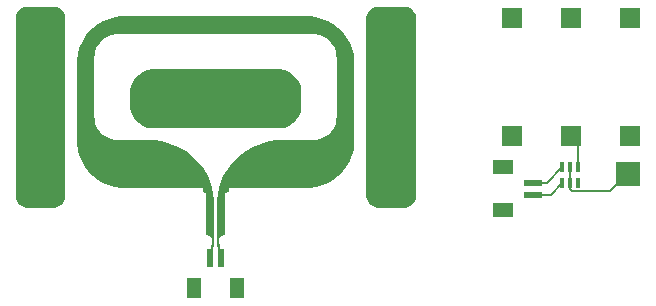
<source format=gbr>
%TF.GenerationSoftware,KiCad,Pcbnew,9.0.0*%
%TF.CreationDate,2025-03-14T13:22:16-04:00*%
%TF.ProjectId,IngestibleCapsule-Antennae,496e6765-7374-4696-926c-654361707375,rev?*%
%TF.SameCoordinates,Original*%
%TF.FileFunction,Copper,L1,Top*%
%TF.FilePolarity,Positive*%
%FSLAX46Y46*%
G04 Gerber Fmt 4.6, Leading zero omitted, Abs format (unit mm)*
G04 Created by KiCad (PCBNEW 9.0.0) date 2025-03-14 13:22:16*
%MOMM*%
%LPD*%
G01*
G04 APERTURE LIST*
%TA.AperFunction,NonConductor*%
%ADD10C,0.000000*%
%TD*%
%TA.AperFunction,Conductor*%
%ADD11C,0.000000*%
%TD*%
%TA.AperFunction,SMDPad,CuDef*%
%ADD12R,0.304800X0.812800*%
%TD*%
%TA.AperFunction,SMDPad,CuDef*%
%ADD13R,2.000000X2.000000*%
%TD*%
%TA.AperFunction,SMDPad,CuDef*%
%ADD14R,1.550000X0.600000*%
%TD*%
%TA.AperFunction,SMDPad,CuDef*%
%ADD15R,1.800000X1.200000*%
%TD*%
%TA.AperFunction,SMDPad,CuDef*%
%ADD16R,1.803400X1.803400*%
%TD*%
%TA.AperFunction,SMDPad,CuDef*%
%ADD17R,0.600000X1.550000*%
%TD*%
%TA.AperFunction,SMDPad,CuDef*%
%ADD18R,1.200000X1.800000*%
%TD*%
%TA.AperFunction,Conductor*%
%ADD19C,0.200000*%
%TD*%
G04 APERTURE END LIST*
D10*
%TA.AperFunction,NonConductor*%
G36*
X55858540Y-44751860D02*
G01*
X56222530Y-44902480D01*
X56549930Y-45121430D01*
X56828570Y-45400070D01*
X57047520Y-45727480D01*
X57198390Y-46091460D01*
X57275100Y-46478050D01*
X57275100Y-46674900D01*
X57275100Y-47674890D01*
X57275100Y-47872000D01*
X57198390Y-48258330D01*
X57047520Y-48622310D01*
X56828570Y-48949720D01*
X56549930Y-49228360D01*
X56222530Y-49447310D01*
X55858540Y-49598180D01*
X55472210Y-49674890D01*
X55275110Y-49674890D01*
X44775000Y-49674890D01*
X44578150Y-49674890D01*
X44191820Y-49598180D01*
X43827830Y-49447310D01*
X43500170Y-49228360D01*
X43221540Y-48949720D01*
X43002840Y-48622310D01*
X42851970Y-48258330D01*
X42775000Y-47872000D01*
X42775000Y-47674890D01*
X42775000Y-46674900D01*
X42775000Y-46478050D01*
X42851970Y-46091460D01*
X43002840Y-45727480D01*
X43221540Y-45400070D01*
X43500170Y-45121430D01*
X43827830Y-44902480D01*
X44191820Y-44751860D01*
X44578150Y-44674900D01*
X44775000Y-44674900D01*
X55275110Y-44674900D01*
X55472210Y-44674900D01*
X55858540Y-44751860D01*
G37*
%TD.AperFunction*%
D11*
%TA.AperFunction,Conductor*%
%TO.N,/D_RFN*%
G36*
X58532040Y-40243360D02*
G01*
X59038770Y-40379000D01*
X59523150Y-40579660D01*
X59977300Y-40842040D01*
X60393100Y-41161060D01*
X60763940Y-41531900D01*
X61083220Y-41947960D01*
X61345340Y-42401850D01*
X61546000Y-42886490D01*
X61681640Y-43392960D01*
X61750220Y-43912650D01*
X61750220Y-44175030D01*
X61750220Y-50674890D01*
X61750220Y-50937020D01*
X61681640Y-51456950D01*
X61546000Y-51963430D01*
X61345340Y-52447810D01*
X61083220Y-52901960D01*
X60763940Y-53318010D01*
X60393100Y-53688850D01*
X59977300Y-54007880D01*
X59523150Y-54270000D01*
X59038520Y-54470660D01*
X58532040Y-54606550D01*
X58012360Y-54674880D01*
X51100000Y-54674880D01*
X51100000Y-55074930D01*
X50800030Y-55175010D01*
X50800030Y-58674870D01*
X50704520Y-58684270D01*
X50527990Y-58757420D01*
X50392610Y-58892800D01*
X50319460Y-59069330D01*
X50310060Y-59164840D01*
X50310060Y-59175000D01*
X50310060Y-59464810D01*
X50200080Y-59976370D01*
X50100000Y-59474970D01*
X50100000Y-59175000D01*
X50100000Y-56175000D01*
X50100000Y-55814320D01*
X50194240Y-55099570D01*
X50380930Y-54403100D01*
X50656770Y-53737110D01*
X51017200Y-53112780D01*
X51456110Y-52540770D01*
X51965890Y-52030990D01*
X52537890Y-51592080D01*
X53162230Y-51231660D01*
X53828470Y-50955560D01*
X54524940Y-50769120D01*
X55239690Y-50674890D01*
X58250100Y-50674890D01*
X58446190Y-50665240D01*
X58830740Y-50588780D01*
X59192950Y-50438670D01*
X59518830Y-50220990D01*
X59796200Y-49943620D01*
X60013880Y-49617740D01*
X60163990Y-49255540D01*
X60240440Y-48870980D01*
X60250100Y-48674890D01*
X60250100Y-43674900D01*
X60240440Y-43478810D01*
X60163990Y-43094260D01*
X60013880Y-42732050D01*
X59796200Y-42406170D01*
X59518830Y-42128800D01*
X59192950Y-41911130D01*
X58830740Y-41761010D01*
X58446190Y-41684560D01*
X58250100Y-41674910D01*
X41750010Y-41674910D01*
X41554170Y-41684560D01*
X41169620Y-41761010D01*
X40807410Y-41911130D01*
X40481280Y-42128800D01*
X40204160Y-42406170D01*
X39986230Y-42732050D01*
X39836370Y-43094260D01*
X39759660Y-43478810D01*
X39750010Y-43674900D01*
X39750010Y-48674890D01*
X39759660Y-48870980D01*
X39836370Y-49255540D01*
X39986230Y-49617740D01*
X40204160Y-49943620D01*
X40481280Y-50220990D01*
X40807410Y-50438670D01*
X41169620Y-50588780D01*
X41554170Y-50665240D01*
X41750010Y-50674890D01*
X44400240Y-50674890D01*
X44760670Y-50674890D01*
X45475420Y-50769120D01*
X46171890Y-50955560D01*
X46837880Y-51231660D01*
X47462210Y-51592080D01*
X48034220Y-52030990D01*
X48544250Y-52540770D01*
X48982910Y-53112780D01*
X49343590Y-53737110D01*
X49619430Y-54403100D01*
X49806120Y-55099570D01*
X49900100Y-55814320D01*
X49900100Y-56175000D01*
X49900100Y-59175000D01*
X49900100Y-59474970D01*
X49800030Y-59976370D01*
X49690050Y-59464810D01*
X49690050Y-59175000D01*
X49690050Y-59164840D01*
X49680650Y-59069330D01*
X49607500Y-58892800D01*
X49472370Y-58757420D01*
X49295840Y-58684270D01*
X49200080Y-58674870D01*
X49200080Y-55175010D01*
X48900110Y-55074930D01*
X48900110Y-54674880D01*
X42250130Y-54674880D01*
X41988000Y-54674880D01*
X41468070Y-54606550D01*
X40961590Y-54470660D01*
X40477210Y-54270000D01*
X40023060Y-54007880D01*
X39607010Y-53688850D01*
X39236420Y-53318010D01*
X38917140Y-52901960D01*
X38655020Y-52447810D01*
X38454360Y-51963430D01*
X38318470Y-51456950D01*
X38250140Y-50937020D01*
X38250140Y-50674890D01*
X38250140Y-44175030D01*
X38250140Y-43912650D01*
X38318470Y-43392960D01*
X38454360Y-42886490D01*
X38655020Y-42402110D01*
X38917140Y-41947960D01*
X39236420Y-41531900D01*
X39607010Y-41161060D01*
X40023060Y-40842040D01*
X40477210Y-40579660D01*
X40961590Y-40379000D01*
X41468070Y-40243360D01*
X41988000Y-40175040D01*
X57750230Y-40175040D01*
X58012360Y-40175040D01*
X58532040Y-40243360D01*
G37*
%TD.AperFunction*%
D10*
%TA.AperFunction,NonConductor*%
G36*
X66266700Y-39413290D02*
G01*
X66448820Y-39488730D01*
X66612650Y-39598200D01*
X66751840Y-39737390D01*
X66861320Y-39901220D01*
X66936750Y-40083340D01*
X66975110Y-40276380D01*
X66975110Y-40374930D01*
X66975110Y-55374900D01*
X66975110Y-55473460D01*
X66936750Y-55666500D01*
X66861320Y-55848610D01*
X66751840Y-56012440D01*
X66612650Y-56151640D01*
X66448820Y-56261110D01*
X66266700Y-56336550D01*
X66073660Y-56374900D01*
X65975110Y-56374900D01*
X63775220Y-56374900D01*
X63676660Y-56374900D01*
X63483370Y-56336550D01*
X63301510Y-56261110D01*
X63137680Y-56151640D01*
X62998480Y-56012440D01*
X62889010Y-55848610D01*
X62813570Y-55666750D01*
X62775220Y-55473460D01*
X62775220Y-55374900D01*
X62775220Y-40374930D01*
X62775220Y-40276380D01*
X62813570Y-40083340D01*
X62889010Y-39901220D01*
X62998480Y-39737390D01*
X63137680Y-39598200D01*
X63301510Y-39488730D01*
X63483370Y-39413290D01*
X63676660Y-39374940D01*
X63775220Y-39374940D01*
X65975110Y-39374940D01*
X66073660Y-39374940D01*
X66266700Y-39413290D01*
G37*
%TD.AperFunction*%
%TA.AperFunction,NonConductor*%
G36*
X36566740Y-39413290D02*
G01*
X36748850Y-39488730D01*
X36912680Y-39598200D01*
X37051880Y-39737390D01*
X37161350Y-39901220D01*
X37236790Y-40083340D01*
X37275140Y-40276380D01*
X37275140Y-40374930D01*
X37275140Y-55374900D01*
X37275140Y-55473460D01*
X37236790Y-55666500D01*
X37161350Y-55848610D01*
X37051880Y-56012440D01*
X36912680Y-56151640D01*
X36748850Y-56261110D01*
X36566740Y-56336550D01*
X36373700Y-56374900D01*
X36275140Y-56374900D01*
X34075250Y-56374900D01*
X33976700Y-56374900D01*
X33783400Y-56336550D01*
X33601540Y-56261110D01*
X33437710Y-56151640D01*
X33298260Y-56012440D01*
X33189040Y-55848610D01*
X33113610Y-55666500D01*
X33075000Y-55473460D01*
X33075250Y-55374900D01*
X33075250Y-40374930D01*
X33075000Y-40276380D01*
X33113610Y-40083340D01*
X33189040Y-39901220D01*
X33298260Y-39737390D01*
X33437710Y-39598200D01*
X33601540Y-39488730D01*
X33783400Y-39413290D01*
X33976700Y-39374940D01*
X34075250Y-39374940D01*
X36373700Y-39374940D01*
X36566740Y-39413290D01*
G37*
%TD.AperFunction*%
%TD*%
D12*
%TO.P,U1,1,UNBALANCEDPORT*%
%TO.N,Net-(U1-UNBALANCEDPORT)*%
X80660000Y-52980002D03*
%TO.P,U1,2,GND/DCFEED+/RFGND*%
%TO.N,GND*%
X80010001Y-52980002D03*
%TO.P,U1,3,BALANCEDPORT*%
%TO.N,/C_RFN*%
X79360002Y-52980002D03*
%TO.P,U1,4,BALANCEDPORT*%
%TO.N,/C_RFP*%
X79360002Y-54280000D03*
%TO.P,U1,5,GND*%
%TO.N,GND*%
X80010001Y-54280000D03*
%TO.P,U1,6,NC*%
%TO.N,unconnected-(U1-NC-Pad6)*%
X80660000Y-54280000D03*
%TD*%
D13*
%TO.P,TP1,1,1*%
%TO.N,GND*%
X84900000Y-53510000D03*
%TD*%
D14*
%TO.P,J2,1,Pin_1*%
%TO.N,/C_RFN*%
X76887000Y-54280000D03*
%TO.P,J2,2,Pin_2*%
%TO.N,/C_RFP*%
X76887000Y-55280000D03*
D15*
%TO.P,J2,MP1*%
%TO.N,N/C*%
X74362000Y-52980000D03*
%TO.P,J2,MP2*%
X74362000Y-56580000D03*
%TD*%
D16*
%TO.P,AE1,1,1*%
%TO.N,Net-(U1-UNBALANCEDPORT)*%
X80110000Y-50313800D03*
%TO.P,AE1,2*%
%TO.N,N/C*%
X85110000Y-50313800D03*
%TO.P,AE1,3*%
X85110000Y-40306200D03*
%TO.P,AE1,4*%
X80110000Y-40306200D03*
%TO.P,AE1,5*%
X75110000Y-40306200D03*
%TO.P,AE1,6*%
X75110000Y-50313800D03*
%TD*%
D17*
%TO.P,J1,1,Pin_1*%
%TO.N,/D_RFN*%
X49500000Y-60663000D03*
%TO.P,J1,2,Pin_2*%
X50500000Y-60663000D03*
D18*
%TO.P,J1,MP1*%
%TO.N,N/C*%
X48200000Y-63188000D03*
%TO.P,J1,MP2*%
X51800000Y-63188000D03*
%TD*%
D19*
%TO.N,GND*%
X80010001Y-54280000D02*
X80010001Y-52980002D01*
%TO.N,Net-(U1-UNBALANCEDPORT)*%
X80660000Y-52980002D02*
X80660000Y-50863800D01*
%TO.N,GND*%
X83422600Y-54987400D02*
X84900000Y-53510000D01*
%TO.N,/C_RFN*%
X78060004Y-54280000D02*
X79360002Y-52980002D01*
%TO.N,GND*%
X80010001Y-54280000D02*
X80010001Y-54790801D01*
%TO.N,Net-(U1-UNBALANCEDPORT)*%
X80660000Y-50863800D02*
X80110000Y-50313800D01*
%TO.N,GND*%
X80010001Y-54790801D02*
X80206600Y-54987400D01*
X80206600Y-54987400D02*
X83422600Y-54987400D01*
%TO.N,/C_RFP*%
X78360002Y-55280000D02*
X79360002Y-54280000D01*
%TO.N,/C_RFN*%
X76887000Y-54280000D02*
X78060004Y-54280000D01*
%TO.N,/C_RFP*%
X76887000Y-55280000D02*
X78360002Y-55280000D01*
%TO.N,/D_RFN*%
X50300000Y-60463000D02*
X50300000Y-59570000D01*
X49500000Y-60663000D02*
X49700000Y-60463000D01*
X49700000Y-59580000D02*
X49770000Y-59510000D01*
X50300000Y-59570000D02*
X50200000Y-59470000D01*
X49700000Y-60463000D02*
X49700000Y-59580000D01*
X50500000Y-60663000D02*
X50300000Y-60463000D01*
%TD*%
M02*

</source>
